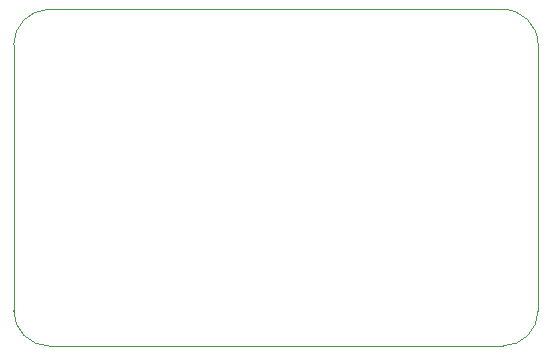
<source format=gm1>
G04 #@! TF.GenerationSoftware,KiCad,Pcbnew,(5.1.5-0)*
G04 #@! TF.CreationDate,2020-06-12T16:12:48+02:00*
G04 #@! TF.ProjectId,Ampli_IMS,416d706c-695f-4494-9d53-2e6b69636164,rev?*
G04 #@! TF.SameCoordinates,Original*
G04 #@! TF.FileFunction,Profile,NP*
%FSLAX46Y46*%
G04 Gerber Fmt 4.6, Leading zero omitted, Abs format (unit mm)*
G04 Created by KiCad (PCBNEW (5.1.5-0)) date 2020-06-12 16:12:48*
%MOMM*%
%LPD*%
G04 APERTURE LIST*
%ADD10C,0.100000*%
G04 APERTURE END LIST*
D10*
X69000000Y-47000000D02*
G75*
G02X66000000Y-50000000I-3000000J0D01*
G01*
X65900056Y-21501665D02*
G75*
G02X69000000Y-24500000I99944J-2998335D01*
G01*
X27600000Y-50000000D02*
G75*
G02X24600000Y-47000000I0J3000000D01*
G01*
X24598334Y-24500000D02*
G75*
G02X27500000Y-21500000I3001666J0D01*
G01*
X24600000Y-47000000D02*
X24598334Y-24500000D01*
X69000000Y-24500000D02*
X69000000Y-47000000D01*
X65900000Y-21500000D02*
X27500000Y-21500000D01*
X27600000Y-50000000D02*
X66000000Y-50000000D01*
M02*

</source>
